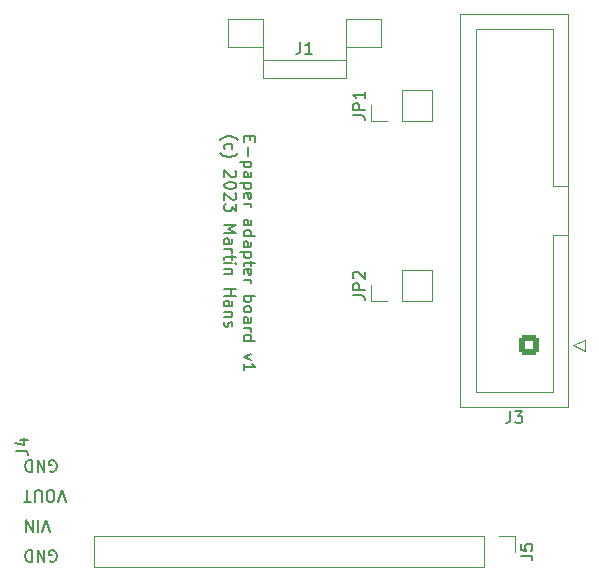
<source format=gbr>
%TF.GenerationSoftware,KiCad,Pcbnew,7.0.9*%
%TF.CreationDate,2023-12-06T16:13:21+01:00*%
%TF.ProjectId,E-paper adapter board,452d7061-7065-4722-9061-646170746572,rev?*%
%TF.SameCoordinates,Original*%
%TF.FileFunction,Legend,Top*%
%TF.FilePolarity,Positive*%
%FSLAX46Y46*%
G04 Gerber Fmt 4.6, Leading zero omitted, Abs format (unit mm)*
G04 Created by KiCad (PCBNEW 7.0.9) date 2023-12-06 16:13:21*
%MOMM*%
%LPD*%
G01*
G04 APERTURE LIST*
G04 Aperture macros list*
%AMRoundRect*
0 Rectangle with rounded corners*
0 $1 Rounding radius*
0 $2 $3 $4 $5 $6 $7 $8 $9 X,Y pos of 4 corners*
0 Add a 4 corners polygon primitive as box body*
4,1,4,$2,$3,$4,$5,$6,$7,$8,$9,$2,$3,0*
0 Add four circle primitives for the rounded corners*
1,1,$1+$1,$2,$3*
1,1,$1+$1,$4,$5*
1,1,$1+$1,$6,$7*
1,1,$1+$1,$8,$9*
0 Add four rect primitives between the rounded corners*
20,1,$1+$1,$2,$3,$4,$5,0*
20,1,$1+$1,$4,$5,$6,$7,0*
20,1,$1+$1,$6,$7,$8,$9,0*
20,1,$1+$1,$8,$9,$2,$3,0*%
G04 Aperture macros list end*
%ADD10C,0.150000*%
%ADD11C,0.120000*%
%ADD12C,4.300000*%
%ADD13RoundRect,0.250000X0.600000X0.600000X-0.600000X0.600000X-0.600000X-0.600000X0.600000X-0.600000X0*%
%ADD14C,1.700000*%
%ADD15O,1.700000X1.700000*%
%ADD16R,1.700000X1.700000*%
%ADD17R,1.524000X1.524000*%
%ADD18C,1.524000*%
%ADD19R,0.300000X1.200000*%
%ADD20R,1.800000X2.000000*%
G04 APERTURE END LIST*
D10*
X134863990Y-111836779D02*
X134863990Y-112170112D01*
X134340180Y-112312969D02*
X134340180Y-111836779D01*
X134340180Y-111836779D02*
X135340180Y-111836779D01*
X135340180Y-111836779D02*
X135340180Y-112312969D01*
X134721133Y-112741541D02*
X134721133Y-113503446D01*
X135006847Y-113979636D02*
X134006847Y-113979636D01*
X134959228Y-113979636D02*
X135006847Y-114074874D01*
X135006847Y-114074874D02*
X135006847Y-114265350D01*
X135006847Y-114265350D02*
X134959228Y-114360588D01*
X134959228Y-114360588D02*
X134911609Y-114408207D01*
X134911609Y-114408207D02*
X134816371Y-114455826D01*
X134816371Y-114455826D02*
X134530657Y-114455826D01*
X134530657Y-114455826D02*
X134435419Y-114408207D01*
X134435419Y-114408207D02*
X134387800Y-114360588D01*
X134387800Y-114360588D02*
X134340180Y-114265350D01*
X134340180Y-114265350D02*
X134340180Y-114074874D01*
X134340180Y-114074874D02*
X134387800Y-113979636D01*
X134340180Y-115312969D02*
X134863990Y-115312969D01*
X134863990Y-115312969D02*
X134959228Y-115265350D01*
X134959228Y-115265350D02*
X135006847Y-115170112D01*
X135006847Y-115170112D02*
X135006847Y-114979636D01*
X135006847Y-114979636D02*
X134959228Y-114884398D01*
X134387800Y-115312969D02*
X134340180Y-115217731D01*
X134340180Y-115217731D02*
X134340180Y-114979636D01*
X134340180Y-114979636D02*
X134387800Y-114884398D01*
X134387800Y-114884398D02*
X134483038Y-114836779D01*
X134483038Y-114836779D02*
X134578276Y-114836779D01*
X134578276Y-114836779D02*
X134673514Y-114884398D01*
X134673514Y-114884398D02*
X134721133Y-114979636D01*
X134721133Y-114979636D02*
X134721133Y-115217731D01*
X134721133Y-115217731D02*
X134768752Y-115312969D01*
X135006847Y-115789160D02*
X134006847Y-115789160D01*
X134959228Y-115789160D02*
X135006847Y-115884398D01*
X135006847Y-115884398D02*
X135006847Y-116074874D01*
X135006847Y-116074874D02*
X134959228Y-116170112D01*
X134959228Y-116170112D02*
X134911609Y-116217731D01*
X134911609Y-116217731D02*
X134816371Y-116265350D01*
X134816371Y-116265350D02*
X134530657Y-116265350D01*
X134530657Y-116265350D02*
X134435419Y-116217731D01*
X134435419Y-116217731D02*
X134387800Y-116170112D01*
X134387800Y-116170112D02*
X134340180Y-116074874D01*
X134340180Y-116074874D02*
X134340180Y-115884398D01*
X134340180Y-115884398D02*
X134387800Y-115789160D01*
X134387800Y-117074874D02*
X134340180Y-116979636D01*
X134340180Y-116979636D02*
X134340180Y-116789160D01*
X134340180Y-116789160D02*
X134387800Y-116693922D01*
X134387800Y-116693922D02*
X134483038Y-116646303D01*
X134483038Y-116646303D02*
X134863990Y-116646303D01*
X134863990Y-116646303D02*
X134959228Y-116693922D01*
X134959228Y-116693922D02*
X135006847Y-116789160D01*
X135006847Y-116789160D02*
X135006847Y-116979636D01*
X135006847Y-116979636D02*
X134959228Y-117074874D01*
X134959228Y-117074874D02*
X134863990Y-117122493D01*
X134863990Y-117122493D02*
X134768752Y-117122493D01*
X134768752Y-117122493D02*
X134673514Y-116646303D01*
X134340180Y-117551065D02*
X135006847Y-117551065D01*
X134816371Y-117551065D02*
X134911609Y-117598684D01*
X134911609Y-117598684D02*
X134959228Y-117646303D01*
X134959228Y-117646303D02*
X135006847Y-117741541D01*
X135006847Y-117741541D02*
X135006847Y-117836779D01*
X134340180Y-119360589D02*
X134863990Y-119360589D01*
X134863990Y-119360589D02*
X134959228Y-119312970D01*
X134959228Y-119312970D02*
X135006847Y-119217732D01*
X135006847Y-119217732D02*
X135006847Y-119027256D01*
X135006847Y-119027256D02*
X134959228Y-118932018D01*
X134387800Y-119360589D02*
X134340180Y-119265351D01*
X134340180Y-119265351D02*
X134340180Y-119027256D01*
X134340180Y-119027256D02*
X134387800Y-118932018D01*
X134387800Y-118932018D02*
X134483038Y-118884399D01*
X134483038Y-118884399D02*
X134578276Y-118884399D01*
X134578276Y-118884399D02*
X134673514Y-118932018D01*
X134673514Y-118932018D02*
X134721133Y-119027256D01*
X134721133Y-119027256D02*
X134721133Y-119265351D01*
X134721133Y-119265351D02*
X134768752Y-119360589D01*
X134340180Y-120265351D02*
X135340180Y-120265351D01*
X134387800Y-120265351D02*
X134340180Y-120170113D01*
X134340180Y-120170113D02*
X134340180Y-119979637D01*
X134340180Y-119979637D02*
X134387800Y-119884399D01*
X134387800Y-119884399D02*
X134435419Y-119836780D01*
X134435419Y-119836780D02*
X134530657Y-119789161D01*
X134530657Y-119789161D02*
X134816371Y-119789161D01*
X134816371Y-119789161D02*
X134911609Y-119836780D01*
X134911609Y-119836780D02*
X134959228Y-119884399D01*
X134959228Y-119884399D02*
X135006847Y-119979637D01*
X135006847Y-119979637D02*
X135006847Y-120170113D01*
X135006847Y-120170113D02*
X134959228Y-120265351D01*
X134340180Y-121170113D02*
X134863990Y-121170113D01*
X134863990Y-121170113D02*
X134959228Y-121122494D01*
X134959228Y-121122494D02*
X135006847Y-121027256D01*
X135006847Y-121027256D02*
X135006847Y-120836780D01*
X135006847Y-120836780D02*
X134959228Y-120741542D01*
X134387800Y-121170113D02*
X134340180Y-121074875D01*
X134340180Y-121074875D02*
X134340180Y-120836780D01*
X134340180Y-120836780D02*
X134387800Y-120741542D01*
X134387800Y-120741542D02*
X134483038Y-120693923D01*
X134483038Y-120693923D02*
X134578276Y-120693923D01*
X134578276Y-120693923D02*
X134673514Y-120741542D01*
X134673514Y-120741542D02*
X134721133Y-120836780D01*
X134721133Y-120836780D02*
X134721133Y-121074875D01*
X134721133Y-121074875D02*
X134768752Y-121170113D01*
X135006847Y-121646304D02*
X134006847Y-121646304D01*
X134959228Y-121646304D02*
X135006847Y-121741542D01*
X135006847Y-121741542D02*
X135006847Y-121932018D01*
X135006847Y-121932018D02*
X134959228Y-122027256D01*
X134959228Y-122027256D02*
X134911609Y-122074875D01*
X134911609Y-122074875D02*
X134816371Y-122122494D01*
X134816371Y-122122494D02*
X134530657Y-122122494D01*
X134530657Y-122122494D02*
X134435419Y-122074875D01*
X134435419Y-122074875D02*
X134387800Y-122027256D01*
X134387800Y-122027256D02*
X134340180Y-121932018D01*
X134340180Y-121932018D02*
X134340180Y-121741542D01*
X134340180Y-121741542D02*
X134387800Y-121646304D01*
X135006847Y-122408209D02*
X135006847Y-122789161D01*
X135340180Y-122551066D02*
X134483038Y-122551066D01*
X134483038Y-122551066D02*
X134387800Y-122598685D01*
X134387800Y-122598685D02*
X134340180Y-122693923D01*
X134340180Y-122693923D02*
X134340180Y-122789161D01*
X134387800Y-123503447D02*
X134340180Y-123408209D01*
X134340180Y-123408209D02*
X134340180Y-123217733D01*
X134340180Y-123217733D02*
X134387800Y-123122495D01*
X134387800Y-123122495D02*
X134483038Y-123074876D01*
X134483038Y-123074876D02*
X134863990Y-123074876D01*
X134863990Y-123074876D02*
X134959228Y-123122495D01*
X134959228Y-123122495D02*
X135006847Y-123217733D01*
X135006847Y-123217733D02*
X135006847Y-123408209D01*
X135006847Y-123408209D02*
X134959228Y-123503447D01*
X134959228Y-123503447D02*
X134863990Y-123551066D01*
X134863990Y-123551066D02*
X134768752Y-123551066D01*
X134768752Y-123551066D02*
X134673514Y-123074876D01*
X134340180Y-123979638D02*
X135006847Y-123979638D01*
X134816371Y-123979638D02*
X134911609Y-124027257D01*
X134911609Y-124027257D02*
X134959228Y-124074876D01*
X134959228Y-124074876D02*
X135006847Y-124170114D01*
X135006847Y-124170114D02*
X135006847Y-124265352D01*
X134340180Y-125360591D02*
X135340180Y-125360591D01*
X134959228Y-125360591D02*
X135006847Y-125455829D01*
X135006847Y-125455829D02*
X135006847Y-125646305D01*
X135006847Y-125646305D02*
X134959228Y-125741543D01*
X134959228Y-125741543D02*
X134911609Y-125789162D01*
X134911609Y-125789162D02*
X134816371Y-125836781D01*
X134816371Y-125836781D02*
X134530657Y-125836781D01*
X134530657Y-125836781D02*
X134435419Y-125789162D01*
X134435419Y-125789162D02*
X134387800Y-125741543D01*
X134387800Y-125741543D02*
X134340180Y-125646305D01*
X134340180Y-125646305D02*
X134340180Y-125455829D01*
X134340180Y-125455829D02*
X134387800Y-125360591D01*
X134340180Y-126408210D02*
X134387800Y-126312972D01*
X134387800Y-126312972D02*
X134435419Y-126265353D01*
X134435419Y-126265353D02*
X134530657Y-126217734D01*
X134530657Y-126217734D02*
X134816371Y-126217734D01*
X134816371Y-126217734D02*
X134911609Y-126265353D01*
X134911609Y-126265353D02*
X134959228Y-126312972D01*
X134959228Y-126312972D02*
X135006847Y-126408210D01*
X135006847Y-126408210D02*
X135006847Y-126551067D01*
X135006847Y-126551067D02*
X134959228Y-126646305D01*
X134959228Y-126646305D02*
X134911609Y-126693924D01*
X134911609Y-126693924D02*
X134816371Y-126741543D01*
X134816371Y-126741543D02*
X134530657Y-126741543D01*
X134530657Y-126741543D02*
X134435419Y-126693924D01*
X134435419Y-126693924D02*
X134387800Y-126646305D01*
X134387800Y-126646305D02*
X134340180Y-126551067D01*
X134340180Y-126551067D02*
X134340180Y-126408210D01*
X134340180Y-127598686D02*
X134863990Y-127598686D01*
X134863990Y-127598686D02*
X134959228Y-127551067D01*
X134959228Y-127551067D02*
X135006847Y-127455829D01*
X135006847Y-127455829D02*
X135006847Y-127265353D01*
X135006847Y-127265353D02*
X134959228Y-127170115D01*
X134387800Y-127598686D02*
X134340180Y-127503448D01*
X134340180Y-127503448D02*
X134340180Y-127265353D01*
X134340180Y-127265353D02*
X134387800Y-127170115D01*
X134387800Y-127170115D02*
X134483038Y-127122496D01*
X134483038Y-127122496D02*
X134578276Y-127122496D01*
X134578276Y-127122496D02*
X134673514Y-127170115D01*
X134673514Y-127170115D02*
X134721133Y-127265353D01*
X134721133Y-127265353D02*
X134721133Y-127503448D01*
X134721133Y-127503448D02*
X134768752Y-127598686D01*
X134340180Y-128074877D02*
X135006847Y-128074877D01*
X134816371Y-128074877D02*
X134911609Y-128122496D01*
X134911609Y-128122496D02*
X134959228Y-128170115D01*
X134959228Y-128170115D02*
X135006847Y-128265353D01*
X135006847Y-128265353D02*
X135006847Y-128360591D01*
X134340180Y-129122496D02*
X135340180Y-129122496D01*
X134387800Y-129122496D02*
X134340180Y-129027258D01*
X134340180Y-129027258D02*
X134340180Y-128836782D01*
X134340180Y-128836782D02*
X134387800Y-128741544D01*
X134387800Y-128741544D02*
X134435419Y-128693925D01*
X134435419Y-128693925D02*
X134530657Y-128646306D01*
X134530657Y-128646306D02*
X134816371Y-128646306D01*
X134816371Y-128646306D02*
X134911609Y-128693925D01*
X134911609Y-128693925D02*
X134959228Y-128741544D01*
X134959228Y-128741544D02*
X135006847Y-128836782D01*
X135006847Y-128836782D02*
X135006847Y-129027258D01*
X135006847Y-129027258D02*
X134959228Y-129122496D01*
X135006847Y-130265354D02*
X134340180Y-130503449D01*
X134340180Y-130503449D02*
X135006847Y-130741544D01*
X134340180Y-131646306D02*
X134340180Y-131074878D01*
X134340180Y-131360592D02*
X135340180Y-131360592D01*
X135340180Y-131360592D02*
X135197323Y-131265354D01*
X135197323Y-131265354D02*
X135102085Y-131170116D01*
X135102085Y-131170116D02*
X135054466Y-131074878D01*
X132349228Y-112122493D02*
X132396847Y-112074874D01*
X132396847Y-112074874D02*
X132539704Y-111979636D01*
X132539704Y-111979636D02*
X132634942Y-111932017D01*
X132634942Y-111932017D02*
X132777800Y-111884398D01*
X132777800Y-111884398D02*
X133015895Y-111836779D01*
X133015895Y-111836779D02*
X133206371Y-111836779D01*
X133206371Y-111836779D02*
X133444466Y-111884398D01*
X133444466Y-111884398D02*
X133587323Y-111932017D01*
X133587323Y-111932017D02*
X133682561Y-111979636D01*
X133682561Y-111979636D02*
X133825419Y-112074874D01*
X133825419Y-112074874D02*
X133873038Y-112122493D01*
X132777800Y-112932017D02*
X132730180Y-112836779D01*
X132730180Y-112836779D02*
X132730180Y-112646303D01*
X132730180Y-112646303D02*
X132777800Y-112551065D01*
X132777800Y-112551065D02*
X132825419Y-112503446D01*
X132825419Y-112503446D02*
X132920657Y-112455827D01*
X132920657Y-112455827D02*
X133206371Y-112455827D01*
X133206371Y-112455827D02*
X133301609Y-112503446D01*
X133301609Y-112503446D02*
X133349228Y-112551065D01*
X133349228Y-112551065D02*
X133396847Y-112646303D01*
X133396847Y-112646303D02*
X133396847Y-112836779D01*
X133396847Y-112836779D02*
X133349228Y-112932017D01*
X132349228Y-113265351D02*
X132396847Y-113312970D01*
X132396847Y-113312970D02*
X132539704Y-113408208D01*
X132539704Y-113408208D02*
X132634942Y-113455827D01*
X132634942Y-113455827D02*
X132777800Y-113503446D01*
X132777800Y-113503446D02*
X133015895Y-113551065D01*
X133015895Y-113551065D02*
X133206371Y-113551065D01*
X133206371Y-113551065D02*
X133444466Y-113503446D01*
X133444466Y-113503446D02*
X133587323Y-113455827D01*
X133587323Y-113455827D02*
X133682561Y-113408208D01*
X133682561Y-113408208D02*
X133825419Y-113312970D01*
X133825419Y-113312970D02*
X133873038Y-113265351D01*
X133634942Y-114741542D02*
X133682561Y-114789161D01*
X133682561Y-114789161D02*
X133730180Y-114884399D01*
X133730180Y-114884399D02*
X133730180Y-115122494D01*
X133730180Y-115122494D02*
X133682561Y-115217732D01*
X133682561Y-115217732D02*
X133634942Y-115265351D01*
X133634942Y-115265351D02*
X133539704Y-115312970D01*
X133539704Y-115312970D02*
X133444466Y-115312970D01*
X133444466Y-115312970D02*
X133301609Y-115265351D01*
X133301609Y-115265351D02*
X132730180Y-114693923D01*
X132730180Y-114693923D02*
X132730180Y-115312970D01*
X133730180Y-115932018D02*
X133730180Y-116027256D01*
X133730180Y-116027256D02*
X133682561Y-116122494D01*
X133682561Y-116122494D02*
X133634942Y-116170113D01*
X133634942Y-116170113D02*
X133539704Y-116217732D01*
X133539704Y-116217732D02*
X133349228Y-116265351D01*
X133349228Y-116265351D02*
X133111133Y-116265351D01*
X133111133Y-116265351D02*
X132920657Y-116217732D01*
X132920657Y-116217732D02*
X132825419Y-116170113D01*
X132825419Y-116170113D02*
X132777800Y-116122494D01*
X132777800Y-116122494D02*
X132730180Y-116027256D01*
X132730180Y-116027256D02*
X132730180Y-115932018D01*
X132730180Y-115932018D02*
X132777800Y-115836780D01*
X132777800Y-115836780D02*
X132825419Y-115789161D01*
X132825419Y-115789161D02*
X132920657Y-115741542D01*
X132920657Y-115741542D02*
X133111133Y-115693923D01*
X133111133Y-115693923D02*
X133349228Y-115693923D01*
X133349228Y-115693923D02*
X133539704Y-115741542D01*
X133539704Y-115741542D02*
X133634942Y-115789161D01*
X133634942Y-115789161D02*
X133682561Y-115836780D01*
X133682561Y-115836780D02*
X133730180Y-115932018D01*
X133634942Y-116646304D02*
X133682561Y-116693923D01*
X133682561Y-116693923D02*
X133730180Y-116789161D01*
X133730180Y-116789161D02*
X133730180Y-117027256D01*
X133730180Y-117027256D02*
X133682561Y-117122494D01*
X133682561Y-117122494D02*
X133634942Y-117170113D01*
X133634942Y-117170113D02*
X133539704Y-117217732D01*
X133539704Y-117217732D02*
X133444466Y-117217732D01*
X133444466Y-117217732D02*
X133301609Y-117170113D01*
X133301609Y-117170113D02*
X132730180Y-116598685D01*
X132730180Y-116598685D02*
X132730180Y-117217732D01*
X133730180Y-117551066D02*
X133730180Y-118170113D01*
X133730180Y-118170113D02*
X133349228Y-117836780D01*
X133349228Y-117836780D02*
X133349228Y-117979637D01*
X133349228Y-117979637D02*
X133301609Y-118074875D01*
X133301609Y-118074875D02*
X133253990Y-118122494D01*
X133253990Y-118122494D02*
X133158752Y-118170113D01*
X133158752Y-118170113D02*
X132920657Y-118170113D01*
X132920657Y-118170113D02*
X132825419Y-118122494D01*
X132825419Y-118122494D02*
X132777800Y-118074875D01*
X132777800Y-118074875D02*
X132730180Y-117979637D01*
X132730180Y-117979637D02*
X132730180Y-117693923D01*
X132730180Y-117693923D02*
X132777800Y-117598685D01*
X132777800Y-117598685D02*
X132825419Y-117551066D01*
X132730180Y-119360590D02*
X133730180Y-119360590D01*
X133730180Y-119360590D02*
X133015895Y-119693923D01*
X133015895Y-119693923D02*
X133730180Y-120027256D01*
X133730180Y-120027256D02*
X132730180Y-120027256D01*
X132730180Y-120932018D02*
X133253990Y-120932018D01*
X133253990Y-120932018D02*
X133349228Y-120884399D01*
X133349228Y-120884399D02*
X133396847Y-120789161D01*
X133396847Y-120789161D02*
X133396847Y-120598685D01*
X133396847Y-120598685D02*
X133349228Y-120503447D01*
X132777800Y-120932018D02*
X132730180Y-120836780D01*
X132730180Y-120836780D02*
X132730180Y-120598685D01*
X132730180Y-120598685D02*
X132777800Y-120503447D01*
X132777800Y-120503447D02*
X132873038Y-120455828D01*
X132873038Y-120455828D02*
X132968276Y-120455828D01*
X132968276Y-120455828D02*
X133063514Y-120503447D01*
X133063514Y-120503447D02*
X133111133Y-120598685D01*
X133111133Y-120598685D02*
X133111133Y-120836780D01*
X133111133Y-120836780D02*
X133158752Y-120932018D01*
X132730180Y-121408209D02*
X133396847Y-121408209D01*
X133206371Y-121408209D02*
X133301609Y-121455828D01*
X133301609Y-121455828D02*
X133349228Y-121503447D01*
X133349228Y-121503447D02*
X133396847Y-121598685D01*
X133396847Y-121598685D02*
X133396847Y-121693923D01*
X133396847Y-121884400D02*
X133396847Y-122265352D01*
X133730180Y-122027257D02*
X132873038Y-122027257D01*
X132873038Y-122027257D02*
X132777800Y-122074876D01*
X132777800Y-122074876D02*
X132730180Y-122170114D01*
X132730180Y-122170114D02*
X132730180Y-122265352D01*
X132730180Y-122598686D02*
X133396847Y-122598686D01*
X133730180Y-122598686D02*
X133682561Y-122551067D01*
X133682561Y-122551067D02*
X133634942Y-122598686D01*
X133634942Y-122598686D02*
X133682561Y-122646305D01*
X133682561Y-122646305D02*
X133730180Y-122598686D01*
X133730180Y-122598686D02*
X133634942Y-122598686D01*
X133396847Y-123074876D02*
X132730180Y-123074876D01*
X133301609Y-123074876D02*
X133349228Y-123122495D01*
X133349228Y-123122495D02*
X133396847Y-123217733D01*
X133396847Y-123217733D02*
X133396847Y-123360590D01*
X133396847Y-123360590D02*
X133349228Y-123455828D01*
X133349228Y-123455828D02*
X133253990Y-123503447D01*
X133253990Y-123503447D02*
X132730180Y-123503447D01*
X132730180Y-124741543D02*
X133730180Y-124741543D01*
X133253990Y-124741543D02*
X133253990Y-125312971D01*
X132730180Y-125312971D02*
X133730180Y-125312971D01*
X132730180Y-126217733D02*
X133253990Y-126217733D01*
X133253990Y-126217733D02*
X133349228Y-126170114D01*
X133349228Y-126170114D02*
X133396847Y-126074876D01*
X133396847Y-126074876D02*
X133396847Y-125884400D01*
X133396847Y-125884400D02*
X133349228Y-125789162D01*
X132777800Y-126217733D02*
X132730180Y-126122495D01*
X132730180Y-126122495D02*
X132730180Y-125884400D01*
X132730180Y-125884400D02*
X132777800Y-125789162D01*
X132777800Y-125789162D02*
X132873038Y-125741543D01*
X132873038Y-125741543D02*
X132968276Y-125741543D01*
X132968276Y-125741543D02*
X133063514Y-125789162D01*
X133063514Y-125789162D02*
X133111133Y-125884400D01*
X133111133Y-125884400D02*
X133111133Y-126122495D01*
X133111133Y-126122495D02*
X133158752Y-126217733D01*
X133396847Y-126693924D02*
X132730180Y-126693924D01*
X133301609Y-126693924D02*
X133349228Y-126741543D01*
X133349228Y-126741543D02*
X133396847Y-126836781D01*
X133396847Y-126836781D02*
X133396847Y-126979638D01*
X133396847Y-126979638D02*
X133349228Y-127074876D01*
X133349228Y-127074876D02*
X133253990Y-127122495D01*
X133253990Y-127122495D02*
X132730180Y-127122495D01*
X132777800Y-127551067D02*
X132730180Y-127646305D01*
X132730180Y-127646305D02*
X132730180Y-127836781D01*
X132730180Y-127836781D02*
X132777800Y-127932019D01*
X132777800Y-127932019D02*
X132873038Y-127979638D01*
X132873038Y-127979638D02*
X132920657Y-127979638D01*
X132920657Y-127979638D02*
X133015895Y-127932019D01*
X133015895Y-127932019D02*
X133063514Y-127836781D01*
X133063514Y-127836781D02*
X133063514Y-127693924D01*
X133063514Y-127693924D02*
X133111133Y-127598686D01*
X133111133Y-127598686D02*
X133206371Y-127551067D01*
X133206371Y-127551067D02*
X133253990Y-127551067D01*
X133253990Y-127551067D02*
X133349228Y-127598686D01*
X133349228Y-127598686D02*
X133396847Y-127693924D01*
X133396847Y-127693924D02*
X133396847Y-127836781D01*
X133396847Y-127836781D02*
X133349228Y-127932019D01*
X156936666Y-135094819D02*
X156936666Y-135809104D01*
X156936666Y-135809104D02*
X156889047Y-135951961D01*
X156889047Y-135951961D02*
X156793809Y-136047200D01*
X156793809Y-136047200D02*
X156650952Y-136094819D01*
X156650952Y-136094819D02*
X156555714Y-136094819D01*
X157317619Y-135094819D02*
X157936666Y-135094819D01*
X157936666Y-135094819D02*
X157603333Y-135475771D01*
X157603333Y-135475771D02*
X157746190Y-135475771D01*
X157746190Y-135475771D02*
X157841428Y-135523390D01*
X157841428Y-135523390D02*
X157889047Y-135571009D01*
X157889047Y-135571009D02*
X157936666Y-135666247D01*
X157936666Y-135666247D02*
X157936666Y-135904342D01*
X157936666Y-135904342D02*
X157889047Y-135999580D01*
X157889047Y-135999580D02*
X157841428Y-136047200D01*
X157841428Y-136047200D02*
X157746190Y-136094819D01*
X157746190Y-136094819D02*
X157460476Y-136094819D01*
X157460476Y-136094819D02*
X157365238Y-136047200D01*
X157365238Y-136047200D02*
X157317619Y-135999580D01*
X143584819Y-110053333D02*
X144299104Y-110053333D01*
X144299104Y-110053333D02*
X144441961Y-110100952D01*
X144441961Y-110100952D02*
X144537200Y-110196190D01*
X144537200Y-110196190D02*
X144584819Y-110339047D01*
X144584819Y-110339047D02*
X144584819Y-110434285D01*
X144584819Y-109577142D02*
X143584819Y-109577142D01*
X143584819Y-109577142D02*
X143584819Y-109196190D01*
X143584819Y-109196190D02*
X143632438Y-109100952D01*
X143632438Y-109100952D02*
X143680057Y-109053333D01*
X143680057Y-109053333D02*
X143775295Y-109005714D01*
X143775295Y-109005714D02*
X143918152Y-109005714D01*
X143918152Y-109005714D02*
X144013390Y-109053333D01*
X144013390Y-109053333D02*
X144061009Y-109100952D01*
X144061009Y-109100952D02*
X144108628Y-109196190D01*
X144108628Y-109196190D02*
X144108628Y-109577142D01*
X144584819Y-108053333D02*
X144584819Y-108624761D01*
X144584819Y-108339047D02*
X143584819Y-108339047D01*
X143584819Y-108339047D02*
X143727676Y-108434285D01*
X143727676Y-108434285D02*
X143822914Y-108529523D01*
X143822914Y-108529523D02*
X143870533Y-108624761D01*
X115054819Y-138433333D02*
X115769104Y-138433333D01*
X115769104Y-138433333D02*
X115911961Y-138480952D01*
X115911961Y-138480952D02*
X116007200Y-138576190D01*
X116007200Y-138576190D02*
X116054819Y-138719047D01*
X116054819Y-138719047D02*
X116054819Y-138814285D01*
X115388152Y-137528571D02*
X116054819Y-137528571D01*
X115007200Y-137766666D02*
X115721485Y-138004761D01*
X115721485Y-138004761D02*
X115721485Y-137385714D01*
X117954397Y-145325180D02*
X117621064Y-144325180D01*
X117621064Y-144325180D02*
X117287731Y-145325180D01*
X116954397Y-144325180D02*
X116954397Y-145325180D01*
X116478207Y-144325180D02*
X116478207Y-145325180D01*
X116478207Y-145325180D02*
X115906779Y-144325180D01*
X115906779Y-144325180D02*
X115906779Y-145325180D01*
X119287731Y-142785180D02*
X118954398Y-141785180D01*
X118954398Y-141785180D02*
X118621065Y-142785180D01*
X118097255Y-142785180D02*
X117906779Y-142785180D01*
X117906779Y-142785180D02*
X117811541Y-142737561D01*
X117811541Y-142737561D02*
X117716303Y-142642323D01*
X117716303Y-142642323D02*
X117668684Y-142451847D01*
X117668684Y-142451847D02*
X117668684Y-142118514D01*
X117668684Y-142118514D02*
X117716303Y-141928038D01*
X117716303Y-141928038D02*
X117811541Y-141832800D01*
X117811541Y-141832800D02*
X117906779Y-141785180D01*
X117906779Y-141785180D02*
X118097255Y-141785180D01*
X118097255Y-141785180D02*
X118192493Y-141832800D01*
X118192493Y-141832800D02*
X118287731Y-141928038D01*
X118287731Y-141928038D02*
X118335350Y-142118514D01*
X118335350Y-142118514D02*
X118335350Y-142451847D01*
X118335350Y-142451847D02*
X118287731Y-142642323D01*
X118287731Y-142642323D02*
X118192493Y-142737561D01*
X118192493Y-142737561D02*
X118097255Y-142785180D01*
X117240112Y-142785180D02*
X117240112Y-141975657D01*
X117240112Y-141975657D02*
X117192493Y-141880419D01*
X117192493Y-141880419D02*
X117144874Y-141832800D01*
X117144874Y-141832800D02*
X117049636Y-141785180D01*
X117049636Y-141785180D02*
X116859160Y-141785180D01*
X116859160Y-141785180D02*
X116763922Y-141832800D01*
X116763922Y-141832800D02*
X116716303Y-141880419D01*
X116716303Y-141880419D02*
X116668684Y-141975657D01*
X116668684Y-141975657D02*
X116668684Y-142785180D01*
X116335350Y-142785180D02*
X115763922Y-142785180D01*
X116049636Y-141785180D02*
X116049636Y-142785180D01*
X117954398Y-147817561D02*
X118049636Y-147865180D01*
X118049636Y-147865180D02*
X118192493Y-147865180D01*
X118192493Y-147865180D02*
X118335350Y-147817561D01*
X118335350Y-147817561D02*
X118430588Y-147722323D01*
X118430588Y-147722323D02*
X118478207Y-147627085D01*
X118478207Y-147627085D02*
X118525826Y-147436609D01*
X118525826Y-147436609D02*
X118525826Y-147293752D01*
X118525826Y-147293752D02*
X118478207Y-147103276D01*
X118478207Y-147103276D02*
X118430588Y-147008038D01*
X118430588Y-147008038D02*
X118335350Y-146912800D01*
X118335350Y-146912800D02*
X118192493Y-146865180D01*
X118192493Y-146865180D02*
X118097255Y-146865180D01*
X118097255Y-146865180D02*
X117954398Y-146912800D01*
X117954398Y-146912800D02*
X117906779Y-146960419D01*
X117906779Y-146960419D02*
X117906779Y-147293752D01*
X117906779Y-147293752D02*
X118097255Y-147293752D01*
X117478207Y-146865180D02*
X117478207Y-147865180D01*
X117478207Y-147865180D02*
X116906779Y-146865180D01*
X116906779Y-146865180D02*
X116906779Y-147865180D01*
X116430588Y-146865180D02*
X116430588Y-147865180D01*
X116430588Y-147865180D02*
X116192493Y-147865180D01*
X116192493Y-147865180D02*
X116049636Y-147817561D01*
X116049636Y-147817561D02*
X115954398Y-147722323D01*
X115954398Y-147722323D02*
X115906779Y-147627085D01*
X115906779Y-147627085D02*
X115859160Y-147436609D01*
X115859160Y-147436609D02*
X115859160Y-147293752D01*
X115859160Y-147293752D02*
X115906779Y-147103276D01*
X115906779Y-147103276D02*
X115954398Y-147008038D01*
X115954398Y-147008038D02*
X116049636Y-146912800D01*
X116049636Y-146912800D02*
X116192493Y-146865180D01*
X116192493Y-146865180D02*
X116430588Y-146865180D01*
X117954398Y-140197561D02*
X118049636Y-140245180D01*
X118049636Y-140245180D02*
X118192493Y-140245180D01*
X118192493Y-140245180D02*
X118335350Y-140197561D01*
X118335350Y-140197561D02*
X118430588Y-140102323D01*
X118430588Y-140102323D02*
X118478207Y-140007085D01*
X118478207Y-140007085D02*
X118525826Y-139816609D01*
X118525826Y-139816609D02*
X118525826Y-139673752D01*
X118525826Y-139673752D02*
X118478207Y-139483276D01*
X118478207Y-139483276D02*
X118430588Y-139388038D01*
X118430588Y-139388038D02*
X118335350Y-139292800D01*
X118335350Y-139292800D02*
X118192493Y-139245180D01*
X118192493Y-139245180D02*
X118097255Y-139245180D01*
X118097255Y-139245180D02*
X117954398Y-139292800D01*
X117954398Y-139292800D02*
X117906779Y-139340419D01*
X117906779Y-139340419D02*
X117906779Y-139673752D01*
X117906779Y-139673752D02*
X118097255Y-139673752D01*
X117478207Y-139245180D02*
X117478207Y-140245180D01*
X117478207Y-140245180D02*
X116906779Y-139245180D01*
X116906779Y-139245180D02*
X116906779Y-140245180D01*
X116430588Y-139245180D02*
X116430588Y-140245180D01*
X116430588Y-140245180D02*
X116192493Y-140245180D01*
X116192493Y-140245180D02*
X116049636Y-140197561D01*
X116049636Y-140197561D02*
X115954398Y-140102323D01*
X115954398Y-140102323D02*
X115906779Y-140007085D01*
X115906779Y-140007085D02*
X115859160Y-139816609D01*
X115859160Y-139816609D02*
X115859160Y-139673752D01*
X115859160Y-139673752D02*
X115906779Y-139483276D01*
X115906779Y-139483276D02*
X115954398Y-139388038D01*
X115954398Y-139388038D02*
X116049636Y-139292800D01*
X116049636Y-139292800D02*
X116192493Y-139245180D01*
X116192493Y-139245180D02*
X116430588Y-139245180D01*
X139156666Y-103854819D02*
X139156666Y-104569104D01*
X139156666Y-104569104D02*
X139109047Y-104711961D01*
X139109047Y-104711961D02*
X139013809Y-104807200D01*
X139013809Y-104807200D02*
X138870952Y-104854819D01*
X138870952Y-104854819D02*
X138775714Y-104854819D01*
X140156666Y-104854819D02*
X139585238Y-104854819D01*
X139870952Y-104854819D02*
X139870952Y-103854819D01*
X139870952Y-103854819D02*
X139775714Y-103997676D01*
X139775714Y-103997676D02*
X139680476Y-104092914D01*
X139680476Y-104092914D02*
X139585238Y-104140533D01*
X157794819Y-147333333D02*
X158509104Y-147333333D01*
X158509104Y-147333333D02*
X158651961Y-147380952D01*
X158651961Y-147380952D02*
X158747200Y-147476190D01*
X158747200Y-147476190D02*
X158794819Y-147619047D01*
X158794819Y-147619047D02*
X158794819Y-147714285D01*
X157794819Y-146380952D02*
X157794819Y-146857142D01*
X157794819Y-146857142D02*
X158271009Y-146904761D01*
X158271009Y-146904761D02*
X158223390Y-146857142D01*
X158223390Y-146857142D02*
X158175771Y-146761904D01*
X158175771Y-146761904D02*
X158175771Y-146523809D01*
X158175771Y-146523809D02*
X158223390Y-146428571D01*
X158223390Y-146428571D02*
X158271009Y-146380952D01*
X158271009Y-146380952D02*
X158366247Y-146333333D01*
X158366247Y-146333333D02*
X158604342Y-146333333D01*
X158604342Y-146333333D02*
X158699580Y-146380952D01*
X158699580Y-146380952D02*
X158747200Y-146428571D01*
X158747200Y-146428571D02*
X158794819Y-146523809D01*
X158794819Y-146523809D02*
X158794819Y-146761904D01*
X158794819Y-146761904D02*
X158747200Y-146857142D01*
X158747200Y-146857142D02*
X158699580Y-146904761D01*
X143584819Y-125293333D02*
X144299104Y-125293333D01*
X144299104Y-125293333D02*
X144441961Y-125340952D01*
X144441961Y-125340952D02*
X144537200Y-125436190D01*
X144537200Y-125436190D02*
X144584819Y-125579047D01*
X144584819Y-125579047D02*
X144584819Y-125674285D01*
X144584819Y-124817142D02*
X143584819Y-124817142D01*
X143584819Y-124817142D02*
X143584819Y-124436190D01*
X143584819Y-124436190D02*
X143632438Y-124340952D01*
X143632438Y-124340952D02*
X143680057Y-124293333D01*
X143680057Y-124293333D02*
X143775295Y-124245714D01*
X143775295Y-124245714D02*
X143918152Y-124245714D01*
X143918152Y-124245714D02*
X144013390Y-124293333D01*
X144013390Y-124293333D02*
X144061009Y-124340952D01*
X144061009Y-124340952D02*
X144108628Y-124436190D01*
X144108628Y-124436190D02*
X144108628Y-124817142D01*
X143680057Y-123864761D02*
X143632438Y-123817142D01*
X143632438Y-123817142D02*
X143584819Y-123721904D01*
X143584819Y-123721904D02*
X143584819Y-123483809D01*
X143584819Y-123483809D02*
X143632438Y-123388571D01*
X143632438Y-123388571D02*
X143680057Y-123340952D01*
X143680057Y-123340952D02*
X143775295Y-123293333D01*
X143775295Y-123293333D02*
X143870533Y-123293333D01*
X143870533Y-123293333D02*
X144013390Y-123340952D01*
X144013390Y-123340952D02*
X144584819Y-123912380D01*
X144584819Y-123912380D02*
X144584819Y-123293333D01*
D11*
%TO.C,J3*%
X163220000Y-130040000D02*
X163220000Y-129040000D01*
X163220000Y-129040000D02*
X162220000Y-129540000D01*
X162220000Y-129540000D02*
X163220000Y-130040000D01*
X161830000Y-134750000D02*
X152710000Y-134750000D01*
X161830000Y-120160000D02*
X160520000Y-120160000D01*
X161830000Y-101470000D02*
X161830000Y-134750000D01*
X160520000Y-133450000D02*
X154020000Y-133450000D01*
X160520000Y-120160000D02*
X160520000Y-133450000D01*
X160520000Y-116060000D02*
X161830000Y-116060000D01*
X160520000Y-116060000D02*
X160520000Y-116060000D01*
X160520000Y-102770000D02*
X160520000Y-116060000D01*
X154020000Y-133450000D02*
X154020000Y-102770000D01*
X154020000Y-102770000D02*
X160520000Y-102770000D01*
X152710000Y-134750000D02*
X152710000Y-101470000D01*
X152710000Y-101470000D02*
X161830000Y-101470000D01*
%TO.C,JP1*%
X147730000Y-107890000D02*
X150330000Y-107890000D01*
X150330000Y-110550000D02*
X150330000Y-107890000D01*
X147730000Y-110550000D02*
X147730000Y-107890000D01*
X147730000Y-110550000D02*
X150330000Y-110550000D01*
X146460000Y-110550000D02*
X145130000Y-110550000D01*
X145130000Y-110550000D02*
X145130000Y-109220000D01*
%TO.C,J1*%
X133030000Y-101880000D02*
X133030000Y-104240000D01*
X133030000Y-104240000D02*
X135990000Y-104240000D01*
X135990000Y-101880000D02*
X133030000Y-101880000D01*
X135990000Y-104240000D02*
X135990000Y-106930000D01*
X135990000Y-105370000D02*
X135990000Y-101880000D01*
X142990000Y-101880000D02*
X145950000Y-101880000D01*
X142990000Y-104240000D02*
X142990000Y-106930000D01*
X142990000Y-105370000D02*
X135990000Y-105370000D01*
X142990000Y-105370000D02*
X142990000Y-101880000D01*
X142990000Y-106930000D02*
X135990000Y-106930000D01*
X145950000Y-101880000D02*
X145950000Y-104240000D01*
X145950000Y-104240000D02*
X142990000Y-104240000D01*
%TO.C,J5*%
X157340000Y-145670000D02*
X157340000Y-147000000D01*
X156010000Y-145670000D02*
X157340000Y-145670000D01*
X154740000Y-145670000D02*
X121660000Y-145670000D01*
X154740000Y-145670000D02*
X154740000Y-148330000D01*
X121660000Y-145670000D02*
X121660000Y-148330000D01*
X154740000Y-148330000D02*
X121660000Y-148330000D01*
%TO.C,JP2*%
X145130000Y-125790000D02*
X145130000Y-124460000D01*
X146460000Y-125790000D02*
X145130000Y-125790000D01*
X147730000Y-125790000D02*
X150330000Y-125790000D01*
X147730000Y-125790000D02*
X147730000Y-123130000D01*
X150330000Y-125790000D02*
X150330000Y-123130000D01*
X147730000Y-123130000D02*
X150330000Y-123130000D01*
%TD*%
%LPC*%
D12*
%TO.C,H2*%
X123100000Y-141000000D03*
%TD*%
%TO.C,H1*%
X149700000Y-141000000D03*
%TD*%
D13*
%TO.C,J3*%
X158540000Y-129540000D03*
D14*
X156000000Y-129540000D03*
X158540000Y-127000000D03*
X156000000Y-127000000D03*
X158540000Y-124460000D03*
X156000000Y-124460000D03*
X158540000Y-121920000D03*
X156000000Y-121920000D03*
X158540000Y-119380000D03*
X156000000Y-119380000D03*
X158540000Y-116840000D03*
X156000000Y-116840000D03*
X158540000Y-114300000D03*
X156000000Y-114300000D03*
X158540000Y-111760000D03*
X156000000Y-111760000D03*
X158540000Y-109220000D03*
X156000000Y-109220000D03*
X158540000Y-106680000D03*
X156000000Y-106680000D03*
%TD*%
D15*
%TO.C,JP1*%
X149000000Y-109220000D03*
D16*
X146460000Y-109220000D03*
%TD*%
D17*
%TO.C,J4*%
X114300000Y-147320000D03*
D18*
X114300000Y-144780000D03*
X114300000Y-142240000D03*
X114300000Y-139700000D03*
%TD*%
D19*
%TO.C,J1*%
X136240000Y-106150000D03*
X136740000Y-106150000D03*
X137240000Y-106150000D03*
X137740000Y-106150000D03*
X138240000Y-106150000D03*
X138740000Y-106150000D03*
X139240000Y-106150000D03*
X139740000Y-106150000D03*
X140240000Y-106150000D03*
X140740000Y-106150000D03*
X141240000Y-106150000D03*
X141740000Y-106150000D03*
X142240000Y-106150000D03*
X142740000Y-106150000D03*
D20*
X134590000Y-103000000D03*
X144390000Y-103000000D03*
%TD*%
D16*
%TO.C,J5*%
X156010000Y-147000000D03*
D15*
X153470000Y-147000000D03*
X150930000Y-147000000D03*
X148390000Y-147000000D03*
X145850000Y-147000000D03*
X143310000Y-147000000D03*
X140770000Y-147000000D03*
X138230000Y-147000000D03*
X135690000Y-147000000D03*
X133150000Y-147000000D03*
X130610000Y-147000000D03*
X128070000Y-147000000D03*
X125530000Y-147000000D03*
X122990000Y-147000000D03*
%TD*%
D16*
%TO.C,JP2*%
X146460000Y-124460000D03*
D15*
X149000000Y-124460000D03*
%TD*%
%LPD*%
M02*

</source>
